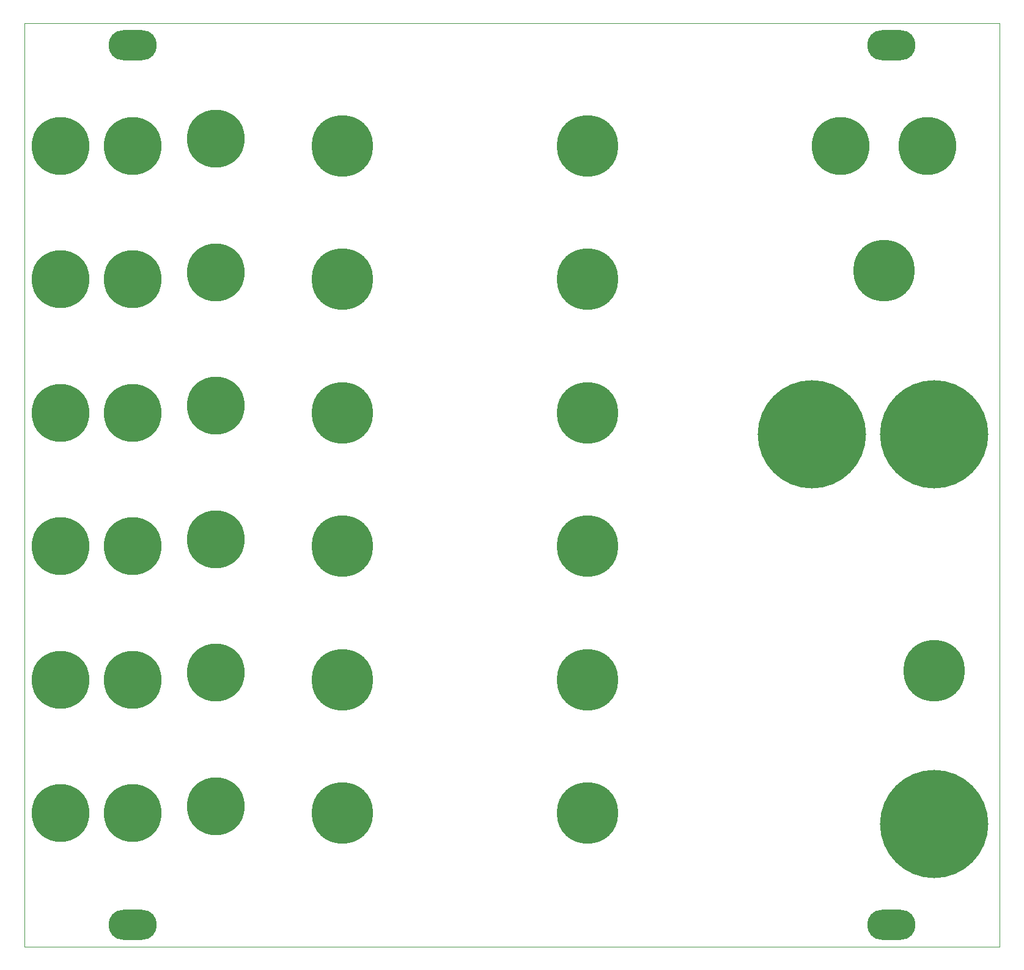
<source format=gtl>
G04 #@! TF.GenerationSoftware,KiCad,Pcbnew,(6.0.0)*
G04 #@! TF.CreationDate,2022-04-30T23:11:35+02:00*
G04 #@! TF.ProjectId,Output-mixer,4f757470-7574-42d6-9d69-7865722e6b69,rev?*
G04 #@! TF.SameCoordinates,Original*
G04 #@! TF.FileFunction,Copper,L1,Top*
G04 #@! TF.FilePolarity,Positive*
%FSLAX46Y46*%
G04 Gerber Fmt 4.6, Leading zero omitted, Abs format (unit mm)*
G04 Created by KiCad (PCBNEW (6.0.0)) date 2022-04-30 23:11:35*
%MOMM*%
%LPD*%
G01*
G04 APERTURE LIST*
G04 #@! TA.AperFunction,Profile*
%ADD10C,0.050000*%
G04 #@! TD*
G04 #@! TA.AperFunction,ComponentPad*
%ADD11O,6.700000X4.200000*%
G04 #@! TD*
G04 #@! TA.AperFunction,ViaPad*
%ADD12C,8.500000*%
G04 #@! TD*
G04 #@! TA.AperFunction,ViaPad*
%ADD13C,8.000000*%
G04 #@! TD*
G04 #@! TA.AperFunction,ViaPad*
%ADD14C,15.000000*%
G04 #@! TD*
G04 APERTURE END LIST*
D10*
X26646447Y-34646447D02*
X26646447Y-162646447D01*
X26646447Y-34646447D02*
X161646447Y-34646447D01*
X161646447Y-34646447D02*
X161646447Y-162646447D01*
X161646447Y-162646447D02*
X26646447Y-162646447D01*
D11*
X146646447Y-159646447D03*
X41646447Y-159646447D03*
X146646447Y-37646447D03*
X41646447Y-37646447D03*
D12*
X104646447Y-70146447D03*
X104646447Y-51646447D03*
D13*
X31646447Y-107146447D03*
X41646447Y-125646447D03*
X31646447Y-70146447D03*
X53146447Y-50646447D03*
D12*
X145646447Y-68921447D03*
X152646447Y-124396447D03*
D13*
X53146447Y-87646447D03*
D12*
X104646447Y-107146447D03*
X104646447Y-88646447D03*
X70646447Y-70146447D03*
D13*
X31646447Y-144146447D03*
D12*
X70646447Y-51646447D03*
D13*
X41646447Y-144146447D03*
D14*
X135646447Y-91646447D03*
D12*
X70646447Y-125646447D03*
D13*
X31646447Y-125646447D03*
D12*
X104646447Y-144146447D03*
X70646447Y-107146447D03*
D13*
X41646447Y-70146447D03*
X151646447Y-51646447D03*
X53146447Y-69146447D03*
D12*
X104646447Y-125646447D03*
X70646447Y-88646447D03*
D13*
X53146447Y-106146447D03*
X31646447Y-51646447D03*
X139646447Y-51646447D03*
D14*
X152646447Y-145646447D03*
D13*
X31646447Y-88646447D03*
X41646447Y-107146447D03*
X41646447Y-51646447D03*
X53146447Y-124646447D03*
D14*
X152646447Y-91646447D03*
D13*
X41646447Y-88646447D03*
X53146447Y-143146447D03*
D12*
X70646447Y-144146447D03*
M02*

</source>
